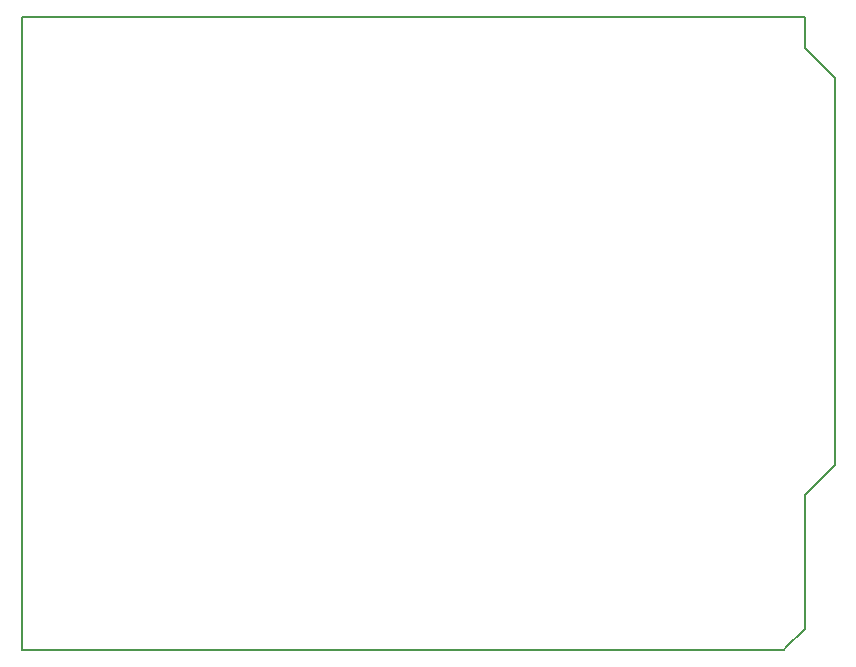
<source format=gm1>
G04 #@! TF.GenerationSoftware,KiCad,Pcbnew,5.1.0*
G04 #@! TF.CreationDate,2019-03-26T01:50:18+00:00*
G04 #@! TF.ProjectId,ESP32_K210,45535033-325f-44b3-9231-302e6b696361,rev?*
G04 #@! TF.SameCoordinates,Original*
G04 #@! TF.FileFunction,Profile,NP*
%FSLAX46Y46*%
G04 Gerber Fmt 4.6, Leading zero omitted, Abs format (unit mm)*
G04 Created by KiCad (PCBNEW 5.1.0) date 2019-03-26 01:50:18*
%MOMM*%
%LPD*%
G04 APERTURE LIST*
%ADD10C,0.200000*%
G04 APERTURE END LIST*
D10*
X181102000Y-114935000D02*
X181102000Y-126238000D01*
X183642000Y-112395000D02*
X181102000Y-114935000D01*
X183642000Y-112268000D02*
X183642000Y-112395000D01*
X183642000Y-79629000D02*
X183642000Y-112268000D01*
X181102000Y-77089000D02*
X183642000Y-79629000D01*
X181102000Y-76962000D02*
X181102000Y-77089000D01*
X181102000Y-74422000D02*
X181102000Y-76962000D01*
X114808000Y-74422000D02*
X181102000Y-74422000D01*
X114808000Y-128016000D02*
X114808000Y-74422000D01*
X179324000Y-128016000D02*
X114808000Y-128016000D01*
X179451000Y-127889000D02*
X179324000Y-128016000D01*
X181102000Y-126238000D02*
X179451000Y-127889000D01*
M02*

</source>
